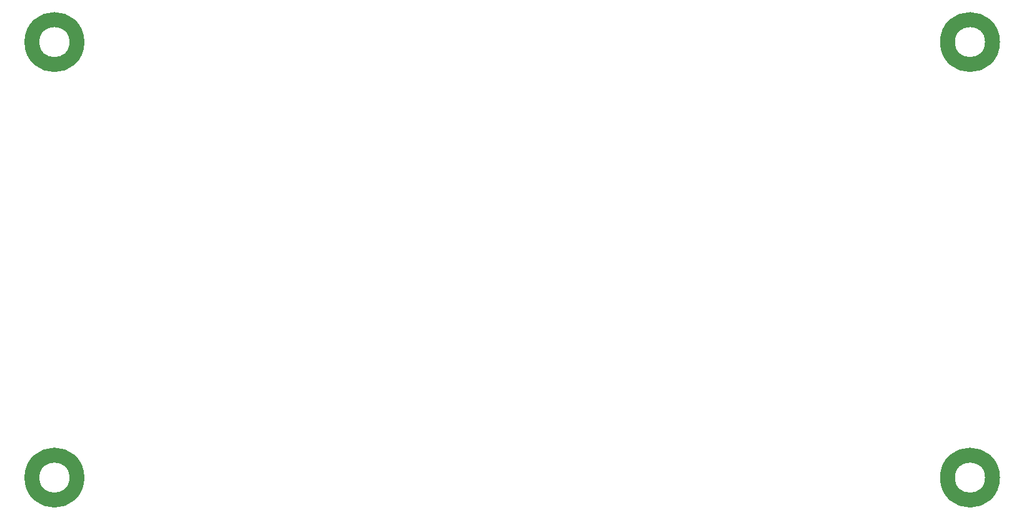
<source format=gbr>
%TF.GenerationSoftware,KiCad,Pcbnew,6.0.4-6f826c9f35~116~ubuntu20.04.1*%
%TF.CreationDate,2022-11-05T12:05:42+01:00*%
%TF.ProjectId,OST,4f53542e-6b69-4636-9164-5f7063625858,rev?*%
%TF.SameCoordinates,Original*%
%TF.FileFunction,Other,User*%
%FSLAX46Y46*%
G04 Gerber Fmt 4.6, Leading zero omitted, Abs format (unit mm)*
G04 Created by KiCad (PCBNEW 6.0.4-6f826c9f35~116~ubuntu20.04.1) date 2022-11-05 12:05:42*
%MOMM*%
%LPD*%
G01*
G04 APERTURE LIST*
%ADD10C,2.032000*%
G04 APERTURE END LIST*
D10*
%TO.C,H1*%
X213549100Y-134503600D02*
G75*
G03*
X213549100Y-134503600I-3048000J0D01*
G01*
%TO.C,H2*%
X213549100Y-75503600D02*
G75*
G03*
X213549100Y-75503600I-3048000J0D01*
G01*
%TO.C,H3*%
X89549100Y-134503600D02*
G75*
G03*
X89549100Y-134503600I-3048000J0D01*
G01*
%TO.C,H4*%
X89549100Y-75503600D02*
G75*
G03*
X89549100Y-75503600I-3048000J0D01*
G01*
%TD*%
M02*

</source>
